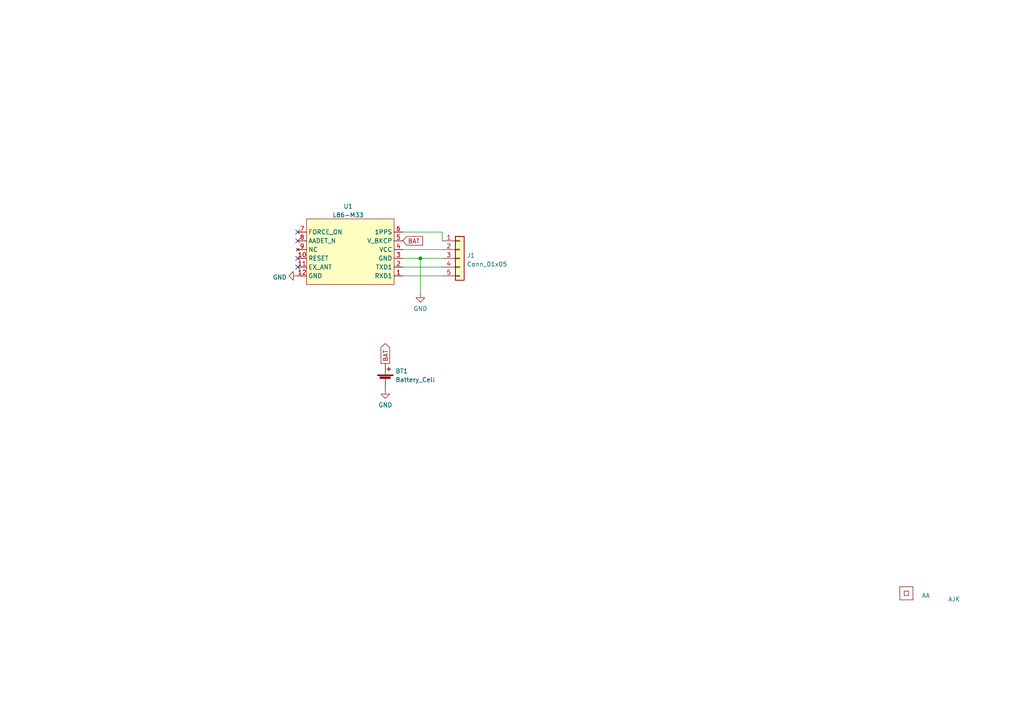
<source format=kicad_sch>
(kicad_sch (version 20211123) (generator eeschema)
  (paper "A4")
  (title_block (title "GPS reference") (date "${DATE}") (rev "1") (company "Adrian Kennard Andrews & Arnold Ltd") (comment 1 "@TheRealRevK") (comment 2 "www.me.uk"))
  (lib_symbols
    (symbol "Connector_Generic:Conn_01x05" (pin_names (offset 1.016) hide)
      (property "Reference" "J" (at 0 7.62 0))
      (property "Value" "Conn_01x05" (at 0 -7.62 0))
      (symbol "Conn_01x05_1_1"
        (rectangle (start -1.27 -4.953) (end 0 -5.207) (stroke (width 0.1524)))
        (rectangle (start -1.27 -2.413) (end 0 -2.667) (stroke (width 0.1524)))
        (rectangle (start -1.27 0.127) (end 0 -0.127) (stroke (width 0.1524)))
        (rectangle (start -1.27 2.667) (end 0 2.413) (stroke (width 0.1524)))
        (rectangle (start -1.27 5.207) (end 0 4.953) (stroke (width 0.1524)))
        (rectangle (start -1.27 6.35) (end 1.27 -6.35) (stroke (width 0.254)) (fill (type background)))
        (pin passive line (at -5.08 5.08 0) (length 3.81) (name "Pin_1") (number "1"))
        (pin passive line (at -5.08 2.54 0) (length 3.81) (name "Pin_2") (number "2"))
        (pin passive line (at -5.08 0 0) (length 3.81) (name "Pin_3") (number "3"))
        (pin passive line (at -5.08 -2.54 0) (length 3.81) (name "Pin_4") (number "4"))
        (pin passive line (at -5.08 -5.08 0) (length 3.81) (name "Pin_5") (number "5"))
      )
    )
    (symbol "Device:Battery_Cell" (pin_numbers hide) (pin_names (offset 0) hide)
      (property "Reference" "BT" (at 2.54 2.54 0))
      (property "Value" "Battery_Cell" (at 2.54 0 0))
      (symbol "Battery_Cell_0_1"
        (rectangle (start -2.286 1.778) (end 2.286 1.524) (fill (type outline)))
        (rectangle (start -1.5748 1.1938) (end 1.4732 0.6858) (fill (type outline)))
        (polyline (pts (xy 0 0.762) (xy 0 0)))
        (polyline (pts (xy 0 1.778) (xy 0 2.54)))
        (polyline (pts (xy 0.508 3.429) (xy 1.524 3.429)) (stroke (width 0.254)))
        (polyline (pts (xy 1.016 3.937) (xy 1.016 2.921)) (stroke (width 0.254)))
      )
      (symbol "Battery_Cell_1_1"
        (pin passive line (at 0 5.08 270) (length 2.54) (name "+") (number "1"))
        (pin passive line (at 0 -2.54 90) (length 2.54) (name "-") (number "2"))
      )
    )
    (symbol "GND_1" (power) (pin_names (offset 0))
      (property "Value" "GND_1" (at 0 -3.81 0))
      (symbol "GND_1_0_1"
        (polyline (pts (xy 0 0) (xy 0 -1.27) (xy 1.27 -1.27) (xy 0 -2.54) (xy -1.27 -1.27) (xy 0 -1.27)))
      )
      (symbol "GND_1_1_1"
        (pin power_in line (at 0 0 270) (length 0) hide (name "GND") (number "1"))
      )
    )
    (symbol "RevK:AA" (pin_names (offset 1.016)) (in_bom no)
      (property "Value" "AA" (at 0 0 0))
    )
    (symbol "RevK:AJK" (pin_names (offset 1.016)) (in_bom no)
      (property "Value" "AJK" (at 0 0 0))
    )
    (symbol "RevK:L86-M33"
      (property "Reference" "U" (at 0 11.43 0))
      (property "Value" "L86-M33" (at 0 8.89 0))
      (symbol "L86-M33_0_1"
        (rectangle (start -12.7 10.16) (end 12.7 -8.89) (stroke (width 0.1524)) (fill (type background)))
      )
      (symbol "L86-M33_1_1"
        (pin input line (at 15.24 -6.35 180) (length 2.54) (name "RXD1") (number "1"))
        (pin input line (at -15.24 -1.27 0) (length 2.54) (name "RESET") (number "10"))
        (pin passive line (at -15.24 -3.81 0) (length 2.54) (name "EX_ANT") (number "11"))
        (pin power_in line (at -15.24 -6.35 0) (length 2.54) (name "GND") (number "12"))
        (pin output line (at 15.24 -3.81 180) (length 2.54) (name "TXD1") (number "2"))
        (pin power_in line (at 15.24 -1.27 180) (length 2.54) (name "GND") (number "3"))
        (pin power_in line (at 15.24 1.27 180) (length 2.54) (name "VCC") (number "4"))
        (pin power_in line (at 15.24 3.81 180) (length 2.54) (name "V_BKCP") (number "5"))
        (pin output line (at 15.24 6.35 180) (length 2.54) (name "1PPS") (number "6"))
        (pin input line (at -15.24 6.35 0) (length 2.54) (name "FORCE_ON") (number "7"))
        (pin passive line (at -15.24 3.81 0) (length 2.54) (name "AADET_N") (number "8"))
        (pin no_connect line (at -15.24 1.27 0) (length 2.54) (name "NC") (number "9"))
      )
    )
    (symbol "RevK:QR" (pin_names (offset 1.016)) (in_bom no)
      (symbol "QR_0_1"
        (rectangle (start -1.905 -1.905) (end -1.905 1.905))
        (rectangle (start -1.905 1.905) (end 1.905 1.905))
        (rectangle (start -0.635 -0.635) (end -0.635 0.635))
        (rectangle (start -0.635 0.635) (end 0.635 0.635))
        (rectangle (start 0.635 -0.635) (end -0.635 -0.635))
        (rectangle (start 0.635 0.635) (end 0.635 -0.635))
        (rectangle (start 1.905 -1.905) (end -1.905 -1.905))
        (rectangle (start 1.905 1.905) (end 1.905 -1.905))
      )
    )
    (symbol "power:GND" (power) (pin_names (offset 0))
      (property "Value" "GND" (at 0 -3.81 0))
      (symbol "GND_0_1"
        (polyline (pts (xy 0 0) (xy 0 -1.27) (xy 1.27 -1.27) (xy 0 -2.54) (xy -1.27 -1.27) (xy 0 -1.27)))
      )
      (symbol "GND_1_1"
        (pin power_in line (at 0 0 270) (length 0) hide (name "GND") (number "1"))
      )
    )
  )
  (junction (at 121.92 74.93))
  (no_connect (at 86.36 67.31))
  (no_connect (at 86.36 69.85))
  (no_connect (at 86.36 74.93))
  (no_connect (at 86.36 77.47))
  (wire (pts (xy 116.84 74.93) (xy 121.92 74.93)))
  (wire (pts (xy 121.92 74.93) (xy 121.92 85.09)))
  (wire (pts (xy 116.84 67.31) (xy 128.27 67.31)))
  (wire (pts (xy 116.84 80.01) (xy 128.27 80.01)))
  (wire (pts (xy 121.92 74.93) (xy 128.27 74.93)))
  (wire (pts (xy 116.84 77.47) (xy 128.27 77.47)))
  (wire (pts (xy 116.84 72.39) (xy 128.27 72.39)))
  (wire (pts (xy 128.27 67.31) (xy 128.27 69.85)))
  (global_label "BAT" (shape input) (at 116.84 69.85 0) (property "Intersheet References" "${INTERSHEET_REFS}" (effects hide)))
  (global_label "BAT" (shape output) (at 111.76 105.41 90) (property "Intersheet References" "${INTERSHEET_REFS}" (effects hide)))
  (symbol (lib_id "RevK:AA") (at 266.7 172.72 0) (unit 1) (in_bom no)
    (property "Reference" "Logo1" (effects hide))
    (property "Value" "AA" (at 267.335 172.72 0) (effects (justify left)))
    (property "Footprint" "RevK:AA" (effects hide))
    (property "Note" "Non part, PCB printed" (effects hide))
  )
  (symbol (lib_id "power:GND") (at 86.36 80.01 270) (unit 1)
    (property "Reference" "#PWR02" (effects hide))
    (property "Value" "GND" (at 83.1851 80.4438 90) (effects (justify right)))
  )
  (symbol (lib_name "GND_1") (lib_id "power:GND") (at 121.92 85.09 0) (unit 1)
    (property "Reference" "#PWR0101" (effects hide))
    (property "Value" "GND" (at 121.92 89.5334 0))
  )
  (symbol (lib_id "RevK:AJK") (at 274.32 173.355 0) (unit 1) (in_bom no)
    (property "Reference" "Logo2" (effects hide))
    (property "Value" "AJK" (at 274.955 173.7888 0) (effects (justify left)))
    (property "Footprint" "RevK:AJK" (effects hide))
    (property "Note" "Non part, PCB printed" (effects hide))
  )
  (symbol (lib_id "Connector_Generic:Conn_01x05") (at 133.35 74.93 0) (unit 1)
    (property "Reference" "J1" (at 135.382 74.0953 0) (effects (justify left)))
    (property "Value" "Conn_01x05" (at 135.382 76.6322 0) (effects (justify left)))
    (property "Footprint" "RevK:PTSM-HH-5-RA-P" (effects hide))
  )
  (symbol (lib_id "RevK:L86-M33") (at 101.6 73.66 0) (unit 1)
    (property "Reference" "U1" (at 100.965 59.851 0))
    (property "Value" "L86-M33" (at 100.965 62.3879 0))
    (property "Footprint" "RevK:L86-M33" (effects hide))
  )
  (symbol (lib_id "power:GND") (at 111.76 113.03 0) (unit 1)
    (property "Reference" "#PWR07" (effects hide))
    (property "Value" "GND" (at 111.76 117.4734 0))
  )
  (symbol (lib_id "Device:Battery_Cell") (at 111.76 110.49 0) (unit 1)
    (property "Reference" "BT1" (at 114.681 107.6233 0) (effects (justify left)))
    (property "Value" "Battery_Cell" (at 114.681 110.1602 0) (effects (justify left)))
    (property "Footprint" "RevK:Battery-Holder-2032" (effects hide))
  )
  (symbol (lib_id "RevK:QR") (at 262.89 172.085 0) (unit 1) (in_bom no)
    (property "Reference" "U5" (effects hide))
    (property "Value" "QR" (effects hide))
    (property "Footprint" "RevK:QR-SS" (effects hide))
    (property "Note" "Non part, PCB printed" (effects hide))
  )
)
</source>
